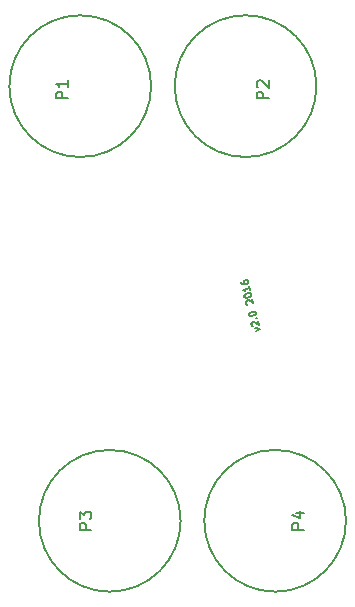
<source format=gto>
G04 #@! TF.FileFunction,Legend,Top*
%FSLAX46Y46*%
G04 Gerber Fmt 4.6, Leading zero omitted, Abs format (unit mm)*
G04 Created by KiCad (PCBNEW 4.0.1-stable) date Tuesday, April 26, 2016 'AMt' 05:14:25 AM*
%MOMM*%
G01*
G04 APERTURE LIST*
%ADD10C,0.100000*%
%ADD11C,0.150000*%
G04 APERTURE END LIST*
D10*
D11*
X137344389Y-98963479D02*
X137697947Y-98728097D01*
X137275268Y-98686251D01*
X137088269Y-98526752D02*
X137053635Y-98505942D01*
X137012088Y-98457408D01*
X136977528Y-98318795D01*
X136991426Y-98256437D01*
X137012237Y-98221803D01*
X137060770Y-98180255D01*
X137116216Y-98166431D01*
X137206296Y-98173419D01*
X137621914Y-98423146D01*
X137532057Y-98062750D01*
X137414403Y-97827070D02*
X137435213Y-97792435D01*
X137469849Y-97813246D01*
X137449037Y-97847880D01*
X137414403Y-97827070D01*
X137469849Y-97813246D01*
X136790903Y-97570280D02*
X136777078Y-97514835D01*
X136790977Y-97452477D01*
X136811787Y-97417843D01*
X136860321Y-97376297D01*
X136964300Y-97320925D01*
X137102913Y-97286365D01*
X137220717Y-97286440D01*
X137283074Y-97300338D01*
X137317708Y-97321148D01*
X137359256Y-97369682D01*
X137373080Y-97425127D01*
X137359181Y-97487485D01*
X137338370Y-97522119D01*
X137289837Y-97563667D01*
X137185858Y-97619037D01*
X137047244Y-97653598D01*
X136929441Y-97653524D01*
X136867083Y-97639624D01*
X136832449Y-97618814D01*
X136790903Y-97570280D01*
X136632073Y-96697051D02*
X136597439Y-96676241D01*
X136555893Y-96627707D01*
X136521332Y-96489094D01*
X136535231Y-96426736D01*
X136556041Y-96392102D01*
X136604574Y-96350554D01*
X136660020Y-96336730D01*
X136750100Y-96343717D01*
X137165718Y-96593445D01*
X137075862Y-96233049D01*
X136403827Y-96017806D02*
X136390003Y-95962361D01*
X136403901Y-95900003D01*
X136424712Y-95865369D01*
X136473245Y-95823822D01*
X136577224Y-95768451D01*
X136715838Y-95733891D01*
X136833641Y-95733966D01*
X136895999Y-95747864D01*
X136930633Y-95768674D01*
X136972181Y-95817208D01*
X136986005Y-95872653D01*
X136972106Y-95935011D01*
X136951295Y-95969645D01*
X136902762Y-96011193D01*
X136798783Y-96066563D01*
X136660169Y-96101124D01*
X136542366Y-96101050D01*
X136480008Y-96087150D01*
X136445374Y-96066340D01*
X136403827Y-96017806D01*
X136799379Y-95124139D02*
X136882324Y-95456812D01*
X136840852Y-95290476D02*
X136258674Y-95435629D01*
X136355666Y-95470338D01*
X136424936Y-95511959D01*
X136466482Y-95560493D01*
X136092785Y-94770283D02*
X136120433Y-94881174D01*
X136161979Y-94929707D01*
X136196614Y-94950518D01*
X136293607Y-94985227D01*
X136411409Y-94985301D01*
X136633191Y-94930005D01*
X136681725Y-94888458D01*
X136702535Y-94853823D01*
X136716435Y-94791466D01*
X136688786Y-94680575D01*
X136647239Y-94632042D01*
X136612605Y-94611231D01*
X136550247Y-94597332D01*
X136411633Y-94631892D01*
X136363100Y-94673440D01*
X136342288Y-94708074D01*
X136328390Y-94770432D01*
X136356039Y-94881323D01*
X136397585Y-94929856D01*
X136432220Y-94950667D01*
X136494578Y-94964565D01*
X145000000Y-115000000D02*
G75*
G03X145000000Y-115000000I-6000000J0D01*
G01*
X131000000Y-115000000D02*
G75*
G03X131000000Y-115000000I-6000000J0D01*
G01*
X142500000Y-78200000D02*
G75*
G03X142500000Y-78200000I-6000000J0D01*
G01*
X128500000Y-78200000D02*
G75*
G03X128500000Y-78200000I-6000000J0D01*
G01*
X141452381Y-115738095D02*
X140452381Y-115738095D01*
X140452381Y-115357142D01*
X140500000Y-115261904D01*
X140547619Y-115214285D01*
X140642857Y-115166666D01*
X140785714Y-115166666D01*
X140880952Y-115214285D01*
X140928571Y-115261904D01*
X140976190Y-115357142D01*
X140976190Y-115738095D01*
X140785714Y-114309523D02*
X141452381Y-114309523D01*
X140404762Y-114547619D02*
X141119048Y-114785714D01*
X141119048Y-114166666D01*
X123452381Y-115738095D02*
X122452381Y-115738095D01*
X122452381Y-115357142D01*
X122500000Y-115261904D01*
X122547619Y-115214285D01*
X122642857Y-115166666D01*
X122785714Y-115166666D01*
X122880952Y-115214285D01*
X122928571Y-115261904D01*
X122976190Y-115357142D01*
X122976190Y-115738095D01*
X122452381Y-114833333D02*
X122452381Y-114214285D01*
X122833333Y-114547619D01*
X122833333Y-114404761D01*
X122880952Y-114309523D01*
X122928571Y-114261904D01*
X123023810Y-114214285D01*
X123261905Y-114214285D01*
X123357143Y-114261904D01*
X123404762Y-114309523D01*
X123452381Y-114404761D01*
X123452381Y-114690476D01*
X123404762Y-114785714D01*
X123357143Y-114833333D01*
X138452381Y-79238095D02*
X137452381Y-79238095D01*
X137452381Y-78857142D01*
X137500000Y-78761904D01*
X137547619Y-78714285D01*
X137642857Y-78666666D01*
X137785714Y-78666666D01*
X137880952Y-78714285D01*
X137928571Y-78761904D01*
X137976190Y-78857142D01*
X137976190Y-79238095D01*
X137547619Y-78285714D02*
X137500000Y-78238095D01*
X137452381Y-78142857D01*
X137452381Y-77904761D01*
X137500000Y-77809523D01*
X137547619Y-77761904D01*
X137642857Y-77714285D01*
X137738095Y-77714285D01*
X137880952Y-77761904D01*
X138452381Y-78333333D01*
X138452381Y-77714285D01*
X121452381Y-79238095D02*
X120452381Y-79238095D01*
X120452381Y-78857142D01*
X120500000Y-78761904D01*
X120547619Y-78714285D01*
X120642857Y-78666666D01*
X120785714Y-78666666D01*
X120880952Y-78714285D01*
X120928571Y-78761904D01*
X120976190Y-78857142D01*
X120976190Y-79238095D01*
X121452381Y-77714285D02*
X121452381Y-78285714D01*
X121452381Y-78000000D02*
X120452381Y-78000000D01*
X120595238Y-78095238D01*
X120690476Y-78190476D01*
X120738095Y-78285714D01*
M02*

</source>
